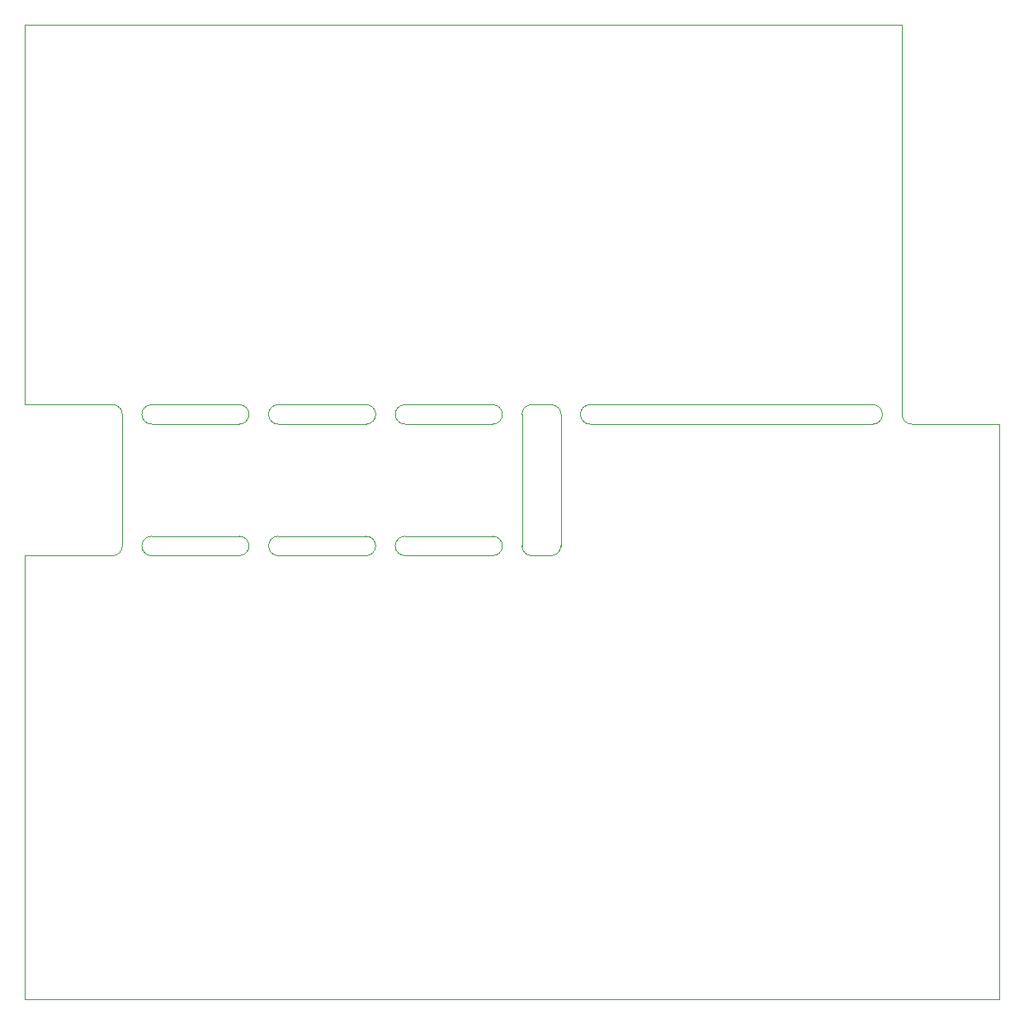
<source format=gbr>
G04 #@! TF.FileFunction,Profile,NP*
%FSLAX46Y46*%
G04 Gerber Fmt 4.6, Leading zero omitted, Abs format (unit mm)*
G04 Created by KiCad (PCBNEW 4.0.7) date 07/09/18 09:37:45*
%MOMM*%
%LPD*%
G01*
G04 APERTURE LIST*
%ADD10C,0.100000*%
G04 APERTURE END LIST*
D10*
X9000000Y-54500000D02*
X0Y-54500000D01*
X10000000Y-53500000D02*
X10000000Y-40000000D01*
X51000000Y-53500000D02*
X51000000Y-52500000D01*
X54000000Y-54500000D02*
X52000000Y-54500000D01*
X55000000Y-41000000D02*
X55000000Y-53500000D01*
X91000000Y-41000000D02*
X100000000Y-41000000D01*
X90000000Y-40000000D02*
X90000000Y-39000000D01*
X9000000Y-54500000D02*
G75*
G03X10000000Y-53500000I0J1000000D01*
G01*
X90000000Y-40000000D02*
G75*
G03X91000000Y-41000000I1000000J0D01*
G01*
X54000000Y-54500000D02*
G75*
G03X55000000Y-53500000I0J1000000D01*
G01*
X51000000Y-53500000D02*
G75*
G03X52000000Y-54500000I1000000J0D01*
G01*
X55000000Y-40000000D02*
G75*
G03X54000000Y-39000000I-1000000J0D01*
G01*
X55000000Y-40000000D02*
X55000000Y-41000000D01*
X52000000Y-39000000D02*
X54000000Y-39000000D01*
X58000000Y-39000000D02*
X87000000Y-39000000D01*
X87000000Y-41000000D02*
X58000000Y-41000000D01*
X58000000Y-39000000D02*
G75*
G03X57000000Y-40000000I0J-1000000D01*
G01*
X57000000Y-40000000D02*
G75*
G03X58000000Y-41000000I1000000J0D01*
G01*
X87000000Y-41000000D02*
G75*
G03X88000000Y-40000000I0J1000000D01*
G01*
X88000000Y-40000000D02*
G75*
G03X87000000Y-39000000I-1000000J0D01*
G01*
X48000000Y-54500000D02*
X39000000Y-54500000D01*
X39000000Y-52500000D02*
X48000000Y-52500000D01*
X35000000Y-52500000D02*
X26000000Y-52500000D01*
X26000000Y-54500000D02*
X35000000Y-54500000D01*
X13000000Y-54500000D02*
X22000000Y-54500000D01*
X13000000Y-52500000D02*
X22000000Y-52500000D01*
X48000000Y-54500000D02*
G75*
G03X49000000Y-53500000I0J1000000D01*
G01*
X49000000Y-53500000D02*
G75*
G03X48000000Y-52500000I-1000000J0D01*
G01*
X38000000Y-53500000D02*
G75*
G03X39000000Y-54500000I1000000J0D01*
G01*
X39000000Y-52500000D02*
G75*
G03X38000000Y-53500000I0J-1000000D01*
G01*
X35000000Y-54500000D02*
G75*
G03X36000000Y-53500000I0J1000000D01*
G01*
X36000000Y-53500000D02*
G75*
G03X35000000Y-52500000I-1000000J0D01*
G01*
X25000000Y-53500000D02*
G75*
G03X26000000Y-54500000I1000000J0D01*
G01*
X26000000Y-52500000D02*
G75*
G03X25000000Y-53500000I0J-1000000D01*
G01*
X22000000Y-54500000D02*
G75*
G03X23000000Y-53500000I0J1000000D01*
G01*
X23000000Y-53500000D02*
G75*
G03X22000000Y-52500000I-1000000J0D01*
G01*
X12000000Y-53500000D02*
G75*
G03X13000000Y-54500000I1000000J0D01*
G01*
X13000000Y-52500000D02*
G75*
G03X12000000Y-53500000I0J-1000000D01*
G01*
X100000000Y-100000000D02*
X100000000Y-41000000D01*
X0Y-100000000D02*
X100000000Y-100000000D01*
X0Y-54500000D02*
X0Y-100000000D01*
X51000000Y-52500000D02*
X51000000Y-40000000D01*
X39000000Y-41000000D02*
X48000000Y-41000000D01*
X26000000Y-41000000D02*
X35000000Y-41000000D01*
X13000000Y-41000000D02*
X22000000Y-41000000D01*
X90000000Y0D02*
X90000000Y-39000000D01*
X0Y-39000000D02*
X0Y0D01*
X52000000Y-39000000D02*
G75*
G03X51000000Y-40000000I0J-1000000D01*
G01*
X48000000Y-41000000D02*
G75*
G03X49000000Y-40000000I0J1000000D01*
G01*
X49000000Y-40000000D02*
G75*
G03X48000000Y-39000000I-1000000J0D01*
G01*
X39000000Y-39000000D02*
X48000000Y-39000000D01*
X38000000Y-40000000D02*
G75*
G03X39000000Y-41000000I1000000J0D01*
G01*
X39000000Y-39000000D02*
G75*
G03X38000000Y-40000000I0J-1000000D01*
G01*
X35000000Y-41000000D02*
G75*
G03X36000000Y-40000000I0J1000000D01*
G01*
X36000000Y-40000000D02*
G75*
G03X35000000Y-39000000I-1000000J0D01*
G01*
X26000000Y-39000000D02*
X35000000Y-39000000D01*
X25000000Y-40000000D02*
G75*
G03X26000000Y-41000000I1000000J0D01*
G01*
X22000000Y-41000000D02*
G75*
G03X23000000Y-40000000I0J1000000D01*
G01*
X12000000Y-40000000D02*
G75*
G03X13000000Y-41000000I1000000J0D01*
G01*
X26000000Y-39000000D02*
G75*
G03X25000000Y-40000000I0J-1000000D01*
G01*
X23000000Y-40000000D02*
G75*
G03X22000000Y-39000000I-1000000J0D01*
G01*
X13000000Y-39000000D02*
G75*
G03X12000000Y-40000000I0J-1000000D01*
G01*
X10000000Y-40000000D02*
G75*
G03X9000000Y-39000000I-1000000J0D01*
G01*
X13000000Y-39000000D02*
X22000000Y-39000000D01*
X0Y-39000000D02*
X9000000Y-39000000D01*
X0Y0D02*
X90000000Y0D01*
M02*

</source>
